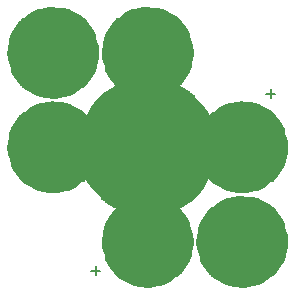
<source format=gto>
G04 #@! TF.FileFunction,Legend,Top*
%FSLAX46Y46*%
G04 Gerber Fmt 4.6, Leading zero omitted, Abs format (unit mm)*
G04 Created by KiCad (PCBNEW 4.0.1-3.201512221402+6198~38~ubuntu14.04.1-stable) date Mon 29 Feb 2016 11:09:00 PM PST*
%MOMM*%
G01*
G04 APERTURE LIST*
%ADD10C,0.100000*%
%ADD11C,5.000000*%
%ADD12C,9.000000*%
%ADD13C,0.150000*%
G04 APERTURE END LIST*
D10*
D11*
X124914214Y-81500000D02*
G75*
G03X124914214Y-81500000I-1414214J0D01*
G01*
X140914214Y-89500000D02*
G75*
G03X140914214Y-89500000I-1414214J0D01*
G01*
X124914214Y-89500000D02*
G75*
G03X124914214Y-89500000I-1414214J0D01*
G01*
X132914214Y-97500000D02*
G75*
G03X132914214Y-97500000I-1414214J0D01*
G01*
X132914214Y-81500000D02*
G75*
G03X132914214Y-81500000I-1414214J0D01*
G01*
X140914213Y-97500000D02*
G75*
G03X140914213Y-97500000I-1414213J0D01*
G01*
D12*
X132914214Y-89500000D02*
G75*
G03X132914214Y-89500000I-1414214J0D01*
G01*
D13*
X141519048Y-84971429D02*
X142280953Y-84971429D01*
X141900001Y-85352381D02*
X141900001Y-84590476D01*
X126719048Y-99971429D02*
X127480953Y-99971429D01*
X127100001Y-100352381D02*
X127100001Y-99590476D01*
M02*

</source>
